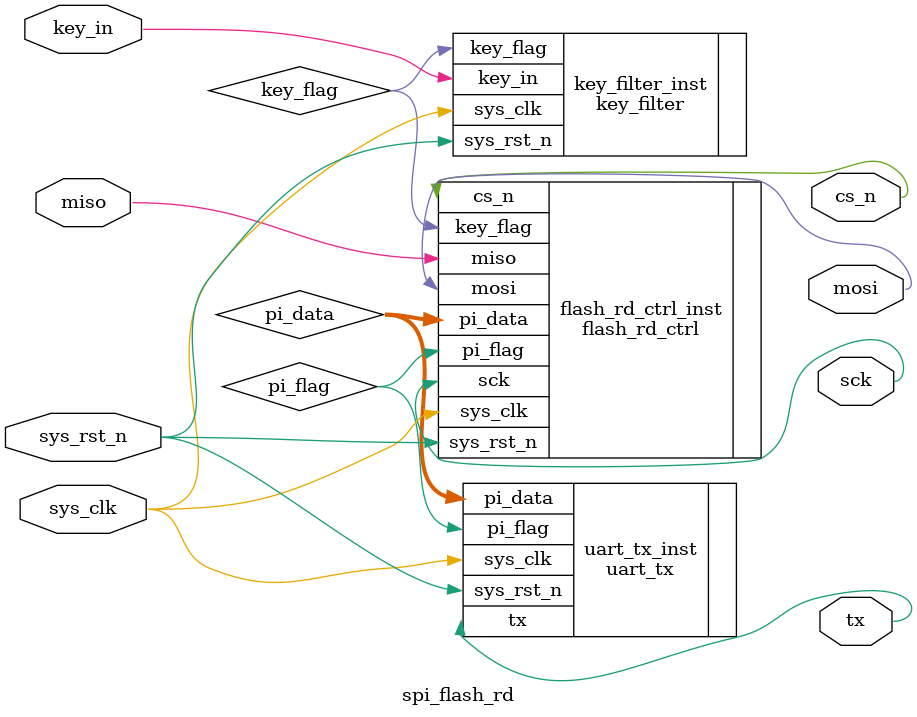
<source format=v>
module  spi_flash_rd
(
    input   wire            sys_clk     ,
    input   wire            sys_rst_n   ,
    input   wire            key_in      ,
    input   wire            miso        ,
    
    output  wire            sck         ,
    output  wire            cs_n        ,
    output  wire            mosi        ,
    output  wire            tx          
);


wire    [7:0]   pi_data    ;
wire            pi_flag    ;


wire    key_flag;

uart_tx 
#(
    .UART_BPS('d9600      ),
    .CLK_FREQ('d50_000_000)
)
uart_tx_inst
(
    .sys_clk     (sys_clk   ),
    .sys_rst_n   (sys_rst_n ),
    .pi_data     (pi_data   ),
    .pi_flag     (pi_flag   ),

    .tx          (tx        )
);

flash_rd_ctrl   flash_rd_ctrl_inst
(
    .sys_clk     (sys_clk  ),
    .sys_rst_n   (sys_rst_n),
    .key_flag    (key_flag ),
    .miso        (miso     ),
    
    .sck         (sck      ),
    .cs_n        (cs_n     ),
    .mosi        (mosi     ),
    .pi_data     (pi_data  ),
    .pi_flag     (pi_flag  )
);

key_filter
#(      .CNT_MAX(20'd999_999)
)
key_filter_inst
(
        .sys_clk     (sys_clk  ),
        .sys_rst_n   (sys_rst_n),
        .key_in      (key_in   ),
        
        .key_flag    (key_flag )
);


endmodule

</source>
